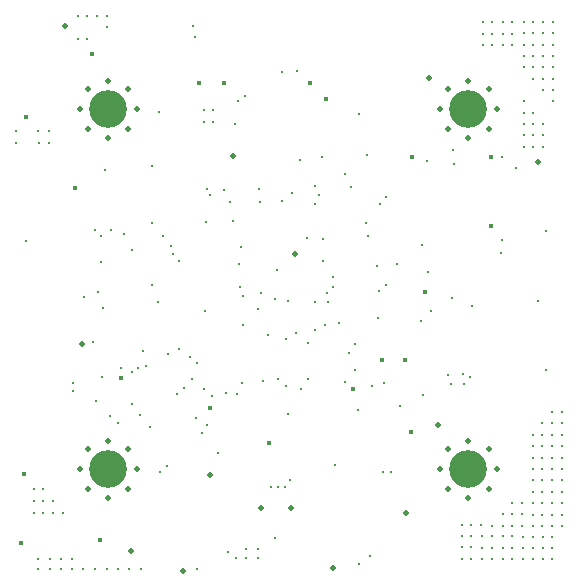
<source format=gbr>
%TF.GenerationSoftware,KiCad,Pcbnew,9.0.0*%
%TF.CreationDate,2025-03-25T12:30:20+03:00*%
%TF.ProjectId,Autopilot DronmarketV2,4175746f-7069-46c6-9f74-2044726f6e6d,rev?*%
%TF.SameCoordinates,Original*%
%TF.FileFunction,Plated,1,6,PTH,Drill*%
%TF.FilePolarity,Positive*%
%FSLAX46Y46*%
G04 Gerber Fmt 4.6, Leading zero omitted, Abs format (unit mm)*
G04 Created by KiCad (PCBNEW 9.0.0) date 2025-03-25 12:30:20*
%MOMM*%
%LPD*%
G01*
G04 APERTURE LIST*
%TA.AperFunction,ViaDrill*%
%ADD10C,0.200000*%
%TD*%
%TA.AperFunction,ViaDrill*%
%ADD11C,0.300000*%
%TD*%
%TA.AperFunction,ViaDrill*%
%ADD12C,0.400000*%
%TD*%
%TA.AperFunction,ViaDrill*%
%ADD13C,0.500000*%
%TD*%
%TA.AperFunction,ComponentDrill*%
%ADD14C,0.500000*%
%TD*%
%TA.AperFunction,ViaDrill*%
%ADD15C,0.508000*%
%TD*%
%TA.AperFunction,ComponentDrill*%
%ADD16C,3.200000*%
%TD*%
G04 APERTURE END LIST*
D10*
X156725000Y-83500000D03*
X156750000Y-82850000D03*
X158625000Y-69900000D03*
X159150000Y-70400000D03*
X161025000Y-70225000D03*
X161775000Y-71600000D03*
X165000000Y-71275000D03*
X167625000Y-87075000D03*
X168125000Y-66475000D03*
X168300000Y-66950000D03*
X176055000Y-83351735D03*
X186175000Y-77650000D03*
X187024293Y-76799292D03*
D11*
X151875000Y-61550000D03*
X151875000Y-62550000D03*
X152750000Y-70840000D03*
X153400000Y-91875000D03*
X153400000Y-92825000D03*
X153400000Y-93825000D03*
X153775000Y-97775000D03*
X153775000Y-98575000D03*
X153800000Y-61550000D03*
X153825000Y-62550000D03*
X154200000Y-91875000D03*
X154200000Y-92825000D03*
X154200000Y-93825000D03*
X154675000Y-61550000D03*
X154725000Y-62550000D03*
X154775000Y-97775000D03*
X154775000Y-98575000D03*
X155050000Y-92825000D03*
X155054400Y-93827600D03*
X155725000Y-97775000D03*
X155725000Y-98575000D03*
X155854400Y-93827600D03*
X156650000Y-97775000D03*
X156650000Y-98575000D03*
X157125000Y-51775000D03*
X157125000Y-53725000D03*
X157625000Y-98600000D03*
X157675000Y-75575000D03*
X157925000Y-51775000D03*
X157925000Y-53725000D03*
X158399795Y-79363493D03*
X158625000Y-98600000D03*
X158679076Y-84350000D03*
X158800000Y-51775000D03*
X158825000Y-75150000D03*
X159080000Y-72625000D03*
X159225000Y-82375000D03*
X159290499Y-76502211D03*
X159475000Y-64850000D03*
X159600000Y-51775000D03*
X159600000Y-52725000D03*
X159625000Y-98600000D03*
X159900000Y-85650000D03*
X159925000Y-69925000D03*
X160550000Y-86250000D03*
X160575000Y-98600000D03*
X160800000Y-81625000D03*
X161500000Y-98600000D03*
X161720000Y-81950000D03*
X161777038Y-84647962D03*
X162230000Y-81580000D03*
X162400000Y-85600000D03*
X162475000Y-98625000D03*
X162640000Y-80125000D03*
X162950000Y-81420000D03*
X163275000Y-86625000D03*
X163395500Y-74525000D03*
X163450000Y-64475000D03*
X163450000Y-69300000D03*
X163900000Y-76025000D03*
X164025000Y-59925000D03*
X164100000Y-90375000D03*
X164350000Y-70425000D03*
X164675000Y-89890000D03*
X164800000Y-80375000D03*
X165188000Y-71913000D03*
X165575000Y-83825000D03*
X165720000Y-79940000D03*
X165726711Y-72539999D03*
X166100000Y-83275000D03*
X166650000Y-80675000D03*
X166810000Y-82500000D03*
X166925000Y-52650000D03*
X167075000Y-53525000D03*
X167180000Y-85840000D03*
X167250000Y-81125000D03*
X167260000Y-98590000D03*
X167825000Y-59775000D03*
X167825000Y-60775000D03*
X167840000Y-83400000D03*
X167925000Y-76750603D03*
X167960000Y-69200000D03*
X168075000Y-86450000D03*
X168500000Y-83975000D03*
X168625000Y-59775000D03*
X168625000Y-60775000D03*
X168984000Y-88785002D03*
X169495000Y-66530000D03*
X169703544Y-83745000D03*
X169850000Y-97160000D03*
X170060000Y-67500000D03*
X170260000Y-69150000D03*
X170425000Y-60925000D03*
X170520000Y-97690000D03*
X170600000Y-83750000D03*
X170675000Y-59000000D03*
X170780000Y-72750000D03*
X170875000Y-74750000D03*
X171000000Y-71325000D03*
X171047797Y-82846696D03*
X171167523Y-75494603D03*
X171175000Y-77953803D03*
X171327821Y-58537585D03*
X171425000Y-96875000D03*
X171425000Y-97675000D03*
X172373401Y-76575000D03*
X172400000Y-96900000D03*
X172400000Y-97700000D03*
X172460000Y-66440000D03*
X172600000Y-67525000D03*
X172650000Y-75275000D03*
X172859500Y-82648874D03*
X173250000Y-78800000D03*
X173510000Y-91640000D03*
X173825000Y-95975000D03*
X173850000Y-75750000D03*
X173975000Y-73250000D03*
X174120000Y-91650000D03*
X174127000Y-82525000D03*
X174400000Y-67420000D03*
X174425000Y-56525000D03*
X174700000Y-91640000D03*
X174745000Y-83105000D03*
X174752805Y-79127057D03*
X174925000Y-75875000D03*
X174930000Y-85480000D03*
X175097400Y-91097400D03*
X175250000Y-66800000D03*
X175600000Y-78600000D03*
X175675000Y-56475000D03*
X175925000Y-64000000D03*
X176511258Y-70611258D03*
X176623001Y-79433933D03*
X176656554Y-82524000D03*
X177200000Y-66150000D03*
X177200000Y-76000000D03*
X177225000Y-67725000D03*
X177250000Y-78405403D03*
X177575000Y-66975000D03*
X177800000Y-63750000D03*
X177887500Y-70662500D03*
X177930000Y-72560000D03*
X178050000Y-77953803D03*
X178287927Y-75236828D03*
X178320000Y-76030000D03*
X178720679Y-74751824D03*
X178750000Y-73925000D03*
X178950000Y-89760000D03*
X179300000Y-77750000D03*
X179752038Y-82752038D03*
X179800000Y-65200000D03*
X180075000Y-80325000D03*
X180275000Y-66300000D03*
X180600000Y-81750000D03*
X180650000Y-79550000D03*
X180875000Y-85175000D03*
X180950000Y-60100000D03*
X180950000Y-98200000D03*
X181550000Y-69300000D03*
X181672749Y-63567251D03*
X181726620Y-70398380D03*
X181862500Y-97512500D03*
X182059538Y-83119538D03*
X182475000Y-72975000D03*
X182550000Y-77350000D03*
X182625000Y-75075000D03*
X182750000Y-67725000D03*
X182950000Y-90425000D03*
X183100000Y-82900000D03*
X183245325Y-74558753D03*
X183275000Y-67100000D03*
X183700000Y-90365000D03*
X184187840Y-72788891D03*
X184450000Y-84775000D03*
X186325000Y-71182500D03*
X186400000Y-83900000D03*
X186700000Y-64040000D03*
X186780000Y-73480000D03*
X188450000Y-82150000D03*
X188725000Y-82925000D03*
X188850000Y-75700000D03*
X188952984Y-63140999D03*
X189034026Y-64349999D03*
X189675000Y-94900000D03*
X189675000Y-95825000D03*
X189675000Y-96775000D03*
X189675000Y-97725000D03*
X189750000Y-82100000D03*
X189850000Y-82925000D03*
X190325000Y-82375000D03*
X190475000Y-94900000D03*
X190475000Y-95825000D03*
X190475000Y-96775000D03*
X190475000Y-97725000D03*
X190500000Y-76300000D03*
X191275000Y-94900000D03*
X191400000Y-95850000D03*
X191400000Y-96800000D03*
X191400000Y-97750000D03*
X191450000Y-52325000D03*
X191450000Y-53275000D03*
X191450000Y-54275000D03*
X192200000Y-94925000D03*
X192200000Y-95850000D03*
X192200000Y-96800000D03*
X192200000Y-97750000D03*
X192250000Y-52325000D03*
X192250000Y-53275000D03*
X192250000Y-54275000D03*
X192975000Y-71825000D03*
X193075000Y-70775000D03*
X193100000Y-63725000D03*
X193125000Y-52325000D03*
X193125000Y-53275000D03*
X193125000Y-54275000D03*
X193125000Y-93975000D03*
X193125000Y-94925000D03*
X193125000Y-95850000D03*
X193125000Y-96800000D03*
X193125000Y-97750000D03*
X193925000Y-52325000D03*
X193925000Y-53275000D03*
X193925000Y-54275000D03*
X193925000Y-93025000D03*
X193925000Y-93975000D03*
X193925000Y-94925000D03*
X193925000Y-95850000D03*
X193925000Y-96800000D03*
X193925000Y-97750000D03*
X194275000Y-64650000D03*
X194725000Y-93025000D03*
X194725000Y-93975000D03*
X194725000Y-94925000D03*
X194850000Y-95875000D03*
X194850000Y-96825000D03*
X194850000Y-97775000D03*
X194900000Y-52300000D03*
X194900000Y-53250000D03*
X194900000Y-54250000D03*
X194900000Y-55175000D03*
X194900000Y-56125000D03*
X194900000Y-59000000D03*
X194900000Y-60000000D03*
X194900000Y-60950000D03*
X194900000Y-61900000D03*
X194900000Y-62900000D03*
X195650000Y-87275000D03*
X195650000Y-88225000D03*
X195650000Y-89175000D03*
X195650000Y-90175000D03*
X195650000Y-91100000D03*
X195650000Y-92050000D03*
X195650000Y-93050000D03*
X195650000Y-94000000D03*
X195650000Y-94950000D03*
X195650000Y-95875000D03*
X195650000Y-96825000D03*
X195650000Y-97775000D03*
X195700000Y-52300000D03*
X195700000Y-53250000D03*
X195700000Y-54250000D03*
X195700000Y-55175000D03*
X195700000Y-56125000D03*
X195700000Y-57125000D03*
X195700000Y-60000000D03*
X195700000Y-60950000D03*
X195700000Y-61900000D03*
X195700000Y-62900000D03*
X196150000Y-75875000D03*
X196450000Y-86275000D03*
X196450000Y-87275000D03*
X196450000Y-88225000D03*
X196450000Y-89175000D03*
X196450000Y-90175000D03*
X196450000Y-91100000D03*
X196450000Y-92050000D03*
X196450000Y-93050000D03*
X196450000Y-94000000D03*
X196450000Y-94950000D03*
X196525000Y-95875000D03*
X196525000Y-96825000D03*
X196525000Y-97775000D03*
X196575000Y-52300000D03*
X196575000Y-53250000D03*
X196575000Y-54250000D03*
X196575000Y-55175000D03*
X196575000Y-56125000D03*
X196575000Y-57125000D03*
X196575000Y-58050000D03*
X196575000Y-60950000D03*
X196575000Y-61900000D03*
X196575000Y-62900000D03*
X196800000Y-69950000D03*
X196800000Y-81725000D03*
X197325000Y-85325000D03*
X197325000Y-86275000D03*
X197325000Y-87275000D03*
X197325000Y-88225000D03*
X197325000Y-89175000D03*
X197325000Y-90175000D03*
X197325000Y-91100000D03*
X197325000Y-92050000D03*
X197325000Y-93050000D03*
X197325000Y-94000000D03*
X197325000Y-94950000D03*
X197325000Y-95875000D03*
X197325000Y-96825000D03*
X197325000Y-97775000D03*
X197375000Y-52300000D03*
X197375000Y-53250000D03*
X197375000Y-54250000D03*
X197375000Y-55175000D03*
X197375000Y-56125000D03*
X197375000Y-57125000D03*
X197375000Y-58050000D03*
X197375000Y-59000000D03*
X198125000Y-85325000D03*
X198125000Y-86275000D03*
X198125000Y-87275000D03*
X198125000Y-88225000D03*
X198125000Y-89175000D03*
X198125000Y-90175000D03*
X198125000Y-91100000D03*
X198125000Y-92050000D03*
X198125000Y-93050000D03*
X198125000Y-94000000D03*
X198125000Y-94950000D03*
D12*
X152300000Y-96375000D03*
X152600000Y-90525000D03*
X152750000Y-60300000D03*
X156905000Y-66350000D03*
X158375000Y-55000000D03*
X159050000Y-96115000D03*
X160825000Y-82450000D03*
X167400000Y-57450000D03*
X168357000Y-84969177D03*
X169550000Y-57450000D03*
X173370998Y-87904002D03*
X176800000Y-57450000D03*
X178137500Y-58787500D03*
X180450000Y-83375000D03*
X182886058Y-80937528D03*
X184875000Y-80925000D03*
X185350000Y-87000000D03*
X185402135Y-63752135D03*
X186540000Y-75140000D03*
X192125000Y-63750000D03*
X192125000Y-69550000D03*
D13*
X156100000Y-52625000D03*
X157525000Y-79575000D03*
X161625000Y-97075000D03*
X170300000Y-63625000D03*
X172650000Y-93475000D03*
X175225000Y-93468000D03*
X175500000Y-71975000D03*
X178750000Y-98500000D03*
X186875000Y-57025000D03*
X187650000Y-86375000D03*
D14*
%TO.C,H1*%
X157325000Y-59675000D03*
%TO.C,H3*%
X157325000Y-90175000D03*
%TO.C,H1*%
X158027944Y-57977944D03*
X158027944Y-61372056D03*
%TO.C,H3*%
X158027944Y-88477944D03*
X158027944Y-91872056D03*
%TO.C,H1*%
X159725000Y-57275000D03*
X159725000Y-62075000D03*
%TO.C,H3*%
X159725000Y-87775000D03*
X159725000Y-92575000D03*
%TO.C,H1*%
X161422056Y-57977944D03*
X161422056Y-61372056D03*
%TO.C,H3*%
X161422056Y-88477944D03*
X161422056Y-91872056D03*
%TO.C,H1*%
X162125000Y-59675000D03*
%TO.C,H3*%
X162125000Y-90175000D03*
%TO.C,H2*%
X187825000Y-59675000D03*
%TO.C,H4*%
X187825000Y-90175000D03*
%TO.C,H2*%
X188527944Y-57977944D03*
X188527944Y-61372056D03*
%TO.C,H4*%
X188527944Y-88477944D03*
X188527944Y-91872056D03*
%TO.C,H2*%
X190225000Y-57275000D03*
X190225000Y-62075000D03*
%TO.C,H4*%
X190225000Y-87775000D03*
X190225000Y-92575000D03*
%TO.C,H2*%
X191922056Y-57977944D03*
X191922056Y-61372056D03*
%TO.C,H4*%
X191922056Y-88477944D03*
X191922056Y-91872056D03*
%TO.C,H2*%
X192625000Y-59675000D03*
%TO.C,H4*%
X192625000Y-90175000D03*
%TD*%
D15*
X166075000Y-98775000D03*
X168300000Y-90672500D03*
X184925000Y-93825000D03*
X196125000Y-64125000D03*
D16*
%TO.C,H1*%
X159725000Y-59675000D03*
%TO.C,H3*%
X159725000Y-90175000D03*
%TO.C,H2*%
X190225000Y-59675000D03*
%TO.C,H4*%
X190225000Y-90175000D03*
M02*

</source>
